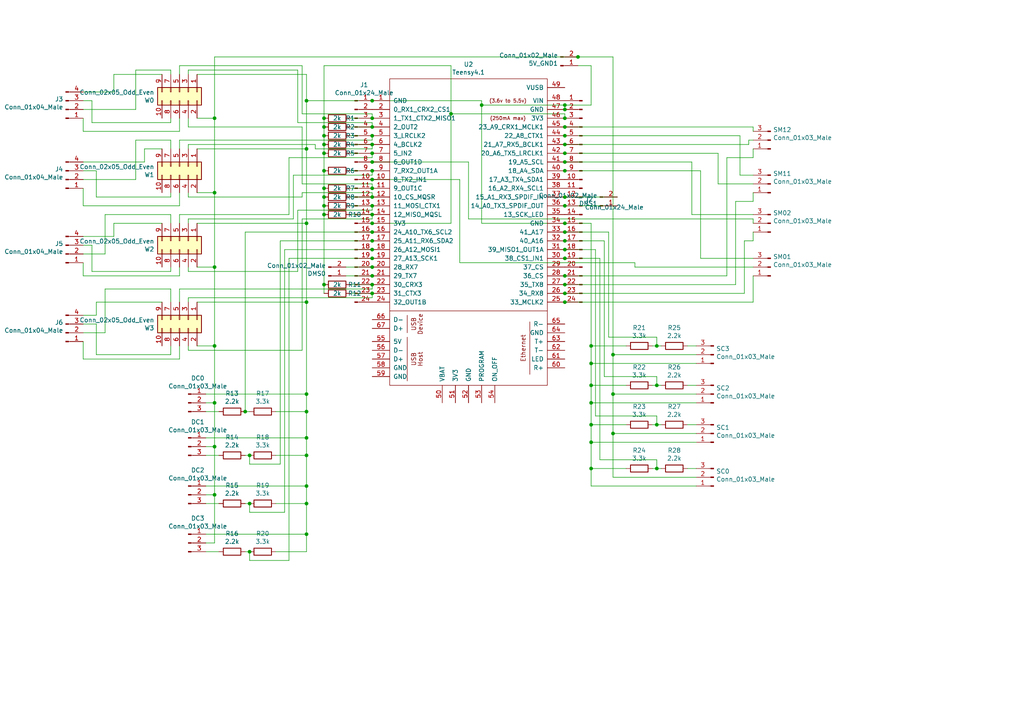
<source format=kicad_sch>
(kicad_sch (version 20230121) (generator eeschema)
  (paper "A4")
  (lib_symbols
    (symbol "Connector_Generic:Conn_02x05_Odd_Even" (pin_names (offset 1.016) hide)
      (property "Reference" "J" (at 1.27 7.62 0))
      (property "Value" "Conn_02x05_Odd_Even" (at 1.27 -7.62 0))
      (symbol "Conn_02x05_Odd_Even_1_1"
        (rectangle (start -1.27 -4.953) (end 0 -5.207) (stroke (width 0.1524)))
        (rectangle (start -1.27 -2.413) (end 0 -2.667) (stroke (width 0.1524)))
        (rectangle (start -1.27 0.127) (end 0 -0.127) (stroke (width 0.1524)))
        (rectangle (start -1.27 2.667) (end 0 2.413) (stroke (width 0.1524)))
        (rectangle (start -1.27 5.207) (end 0 4.953) (stroke (width 0.1524)))
        (rectangle (start -1.27 6.35) (end 3.81 -6.35) (stroke (width 0.254)) (fill (type background)))
        (rectangle (start 3.81 -4.953) (end 2.54 -5.207) (stroke (width 0.1524)))
        (rectangle (start 3.81 -2.413) (end 2.54 -2.667) (stroke (width 0.1524)))
        (rectangle (start 3.81 0.127) (end 2.54 -0.127) (stroke (width 0.1524)))
        (rectangle (start 3.81 2.667) (end 2.54 2.413) (stroke (width 0.1524)))
        (rectangle (start 3.81 5.207) (end 2.54 4.953) (stroke (width 0.1524)))
        (pin passive line (at -5.08 5.08 0) (length 3.81) (name "Pin_1") (number "1"))
        (pin passive line (at 7.62 -5.08 180) (length 3.81) (name "Pin_10") (number "10"))
        (pin passive line (at 7.62 5.08 180) (length 3.81) (name "Pin_2") (number "2"))
        (pin passive line (at -5.08 2.54 0) (length 3.81) (name "Pin_3") (number "3"))
        (pin passive line (at 7.62 2.54 180) (length 3.81) (name "Pin_4") (number "4"))
        (pin passive line (at -5.08 0 0) (length 3.81) (name "Pin_5") (number "5"))
        (pin passive line (at 7.62 0 180) (length 3.81) (name "Pin_6") (number "6"))
        (pin passive line (at -5.08 -2.54 0) (length 3.81) (name "Pin_7") (number "7"))
        (pin passive line (at 7.62 -2.54 180) (length 3.81) (name "Pin_8") (number "8"))
        (pin passive line (at -5.08 -5.08 0) (length 3.81) (name "Pin_9") (number "9"))
      )
    )
    (symbol "Device:R" (pin_numbers hide) (pin_names (offset 0))
      (property "Reference" "R" (at 2.032 0 90))
      (property "Value" "R" (at 0 0 90))
      (symbol "R_0_1"
        (rectangle (start -1.016 -2.54) (end 1.016 2.54) (stroke (width 0.254)))
      )
      (symbol "R_1_1"
        (pin passive line (at 0 3.81 270) (length 1.27) (name "~") (number "1"))
        (pin passive line (at 0 -3.81 90) (length 1.27) (name "~") (number "2"))
      )
    )
    (symbol "downlow-rescue:Conn_01x02_Male-Connector" (pin_names (offset 1.016) hide)
      (property "Reference" "J" (at 0 2.54 0))
      (property "Value" "Connector_Conn_01x02_Male" (at 0 -5.08 0))
      (symbol "Conn_01x02_Male-Connector_1_1"
        (polyline (pts (xy 1.27 -2.54) (xy 0.8636 -2.54)) (stroke (width 0.1524)))
        (polyline (pts (xy 1.27 0) (xy 0.8636 0)) (stroke (width 0.1524)))
        (rectangle (start 0.8636 -2.413) (end 0 -2.667) (stroke (width 0.1524)) (fill (type outline)))
        (rectangle (start 0.8636 0.127) (end 0 -0.127) (stroke (width 0.1524)) (fill (type outline)))
        (pin passive line (at 5.08 0 180) (length 3.81) (name "Pin_1") (number "1"))
        (pin passive line (at 5.08 -2.54 180) (length 3.81) (name "Pin_2") (number "2"))
      )
    )
    (symbol "downlow-rescue:Conn_01x03_Male-Connector" (pin_names (offset 1.016) hide)
      (property "Reference" "J" (at 0 5.08 0))
      (property "Value" "Connector_Conn_01x03_Male" (at 0 -5.08 0))
      (symbol "Conn_01x03_Male-Connector_1_1"
        (polyline (pts (xy 1.27 -2.54) (xy 0.8636 -2.54)) (stroke (width 0.1524)))
        (polyline (pts (xy 1.27 0) (xy 0.8636 0)) (stroke (width 0.1524)))
        (polyline (pts (xy 1.27 2.54) (xy 0.8636 2.54)) (stroke (width 0.1524)))
        (rectangle (start 0.8636 -2.413) (end 0 -2.667) (stroke (width 0.1524)) (fill (type outline)))
        (rectangle (start 0.8636 0.127) (end 0 -0.127) (stroke (width 0.1524)) (fill (type outline)))
        (rectangle (start 0.8636 2.667) (end 0 2.413) (stroke (width 0.1524)) (fill (type outline)))
        (pin passive line (at 5.08 2.54 180) (length 3.81) (name "Pin_1") (number "1"))
        (pin passive line (at 5.08 0 180) (length 3.81) (name "Pin_2") (number "2"))
        (pin passive line (at 5.08 -2.54 180) (length 3.81) (name "Pin_3") (number "3"))
      )
    )
    (symbol "downlow-rescue:Conn_01x04_Male-Connector" (pin_names (offset 1.016) hide)
      (property "Reference" "J" (at 0 5.08 0))
      (property "Value" "Connector_Conn_01x04_Male" (at 0 -7.62 0))
      (symbol "Conn_01x04_Male-Connector_1_1"
        (polyline (pts (xy 1.27 -5.08) (xy 0.8636 -5.08)) (stroke (width 0.1524)))
        (polyline (pts (xy 1.27 -2.54) (xy 0.8636 -2.54)) (stroke (width 0.1524)))
        (polyline (pts (xy 1.27 0) (xy 0.8636 0)) (stroke (width 0.1524)))
        (polyline (pts (xy 1.27 2.54) (xy 0.8636 2.54)) (stroke (width 0.1524)))
        (rectangle (start 0.8636 -4.953) (end 0 -5.207) (stroke (width 0.1524)) (fill (type outline)))
        (rectangle (start 0.8636 -2.413) (end 0 -2.667) (stroke (width 0.1524)) (fill (type outline)))
        (rectangle (start 0.8636 0.127) (end 0 -0.127) (stroke (width 0.1524)) (fill (type outline)))
        (rectangle (start 0.8636 2.667) (end 0 2.413) (stroke (width 0.1524)) (fill (type outline)))
        (pin passive line (at 5.08 2.54 180) (length 3.81) (name "Pin_1") (number "1"))
        (pin passive line (at 5.08 0 180) (length 3.81) (name "Pin_2") (number "2"))
        (pin passive line (at 5.08 -2.54 180) (length 3.81) (name "Pin_3") (number "3"))
        (pin passive line (at 5.08 -5.08 180) (length 3.81) (name "Pin_4") (number "4"))
      )
    )
    (symbol "downlow-rescue:Conn_01x24_Male-Connector" (pin_names (offset 1.016) hide)
      (property "Reference" "J" (at 0 30.48 0))
      (property "Value" "Connector_Conn_01x24_Male" (at 0 -33.02 0))
      (symbol "Conn_01x24_Male-Connector_1_1"
        (polyline (pts (xy 1.27 -30.48) (xy 0.8636 -30.48)) (stroke (width 0.1524)))
        (polyline (pts (xy 1.27 -27.94) (xy 0.8636 -27.94)) (stroke (width 0.1524)))
        (polyline (pts (xy 1.27 -25.4) (xy 0.8636 -25.4)) (stroke (width 0.1524)))
        (polyline (pts (xy 1.27 -22.86) (xy 0.8636 -22.86)) (stroke (width 0.1524)))
        (polyline (pts (xy 1.27 -20.32) (xy 0.8636 -20.32)) (stroke (width 0.1524)))
        (polyline (pts (xy 1.27 -17.78) (xy 0.8636 -17.78)) (stroke (width 0.1524)))
        (polyline (pts (xy 1.27 -15.24) (xy 0.8636 -15.24)) (stroke (width 0.1524)))
        (polyline (pts (xy 1.27 -12.7) (xy 0.8636 -12.7)) (stroke (width 0.1524)))
        (polyline (pts (xy 1.27 -10.16) (xy 0.8636 -10.16)) (stroke (width 0.1524)))
        (polyline (pts (xy 1.27 -7.62) (xy 0.8636 -7.62)) (stroke (width 0.1524)))
        (polyline (pts (xy 1.27 -5.08) (xy 0.8636 -5.08)) (stroke (width 0.1524)))
        (polyline (pts (xy 1.27 -2.54) (xy 0.8636 -2.54)) (stroke (width 0.1524)))
        (polyline (pts (xy 1.27 0) (xy 0.8636 0)) (stroke (width 0.1524)))
        (polyline (pts (xy 1.27 2.54) (xy 0.8636 2.54)) (stroke (width 0.1524)))
        (polyline (pts (xy 1.27 5.08) (xy 0.8636 5.08)) (stroke (width 0.1524)))
        (polyline (pts (xy 1.27 7.62) (xy 0.8636 7.62)) (stroke (width 0.1524)))
        (polyline (pts (xy 1.27 10.16) (xy 0.8636 10.16)) (stroke (width 0.1524)))
        (polyline (pts (xy 1.27 12.7) (xy 0.8636 12.7)) (stroke (width 0.1524)))
        (polyline (pts (xy 1.27 15.24) (xy 0.8636 15.24)) (stroke (width 0.1524)))
        (polyline (pts (xy 1.27 17.78) (xy 0.8636 17.78)) (stroke (width 0.1524)))
        (polyline (pts (xy 1.27 20.32) (xy 0.8636 20.32)) (stroke (width 0.1524)))
        (polyline (pts (xy 1.27 22.86) (xy 0.8636 22.86)) (stroke (width 0.1524)))
        (polyline (pts (xy 1.27 25.4) (xy 0.8636 25.4)) (stroke (width 0.1524)))
        (polyline (pts (xy 1.27 27.94) (xy 0.8636 27.94)) (stroke (width 0.1524)))
        (rectangle (start 0.8636 -30.353) (end 0 -30.607) (stroke (width 0.1524)) (fill (type outline)))
        (rectangle (start 0.8636 -27.813) (end 0 -28.067) (stroke (width 0.1524)) (fill (type outline)))
        (rectangle (start 0.8636 -25.273) (end 0 -25.527) (stroke (width 0.1524)) (fill (type outline)))
        (rectangle (start 0.8636 -22.733) (end 0 -22.987) (stroke (width 0.1524)) (fill (type outline)))
        (rectangle (start 0.8636 -20.193) (end 0 -20.447) (stroke (width 0.1524)) (fill (type outline)))
        (rectangle (start 0.8636 -17.653) (end 0 -17.907) (stroke (width 0.1524)) (fill (type outline)))
        (rectangle (start 0.8636 -15.113) (end 0 -15.367) (stroke (width 0.1524)) (fill (type outline)))
        (rectangle (start 0.8636 -12.573) (end 0 -12.827) (stroke (width 0.1524)) (fill (type outline)))
        (rectangle (start 0.8636 -10.033) (end 0 -10.287) (stroke (width 0.1524)) (fill (type outline)))
        (rectangle (start 0.8636 -7.493) (end 0 -7.747) (stroke (width 0.1524)) (fill (type outline)))
        (rectangle (start 0.8636 -4.953) (end 0 -5.207) (stroke (width 0.1524)) (fill (type outline)))
        (rectangle (start 0.8636 -2.413) (end 0 -2.667) (stroke (width 0.1524)) (fill (type outline)))
        (rectangle (start 0.8636 0.127) (end 0 -0.127) (stroke (width 0.1524)) (fill (type outline)))
        (rectangle (start 0.8636 2.667) (end 0 2.413) (stroke (width 0.1524)) (fill (type outline)))
        (rectangle (start 0.8636 5.207) (end 0 4.953) (stroke (width 0.1524)) (fill (type outline)))
        (rectangle (start 0.8636 7.747) (end 0 7.493) (stroke (width 0.1524)) (fill (type outline)))
        (rectangle (start 0.8636 10.287) (end 0 10.033) (stroke (width 0.1524)) (fill (type outline)))
        (rectangle (start 0.8636 12.827) (end 0 12.573) (stroke (width 0.1524)) (fill (type outline)))
        (rectangle (start 0.8636 15.367) (end 0 15.113) (stroke (width 0.1524)) (fill (type outline)))
        (rectangle (start 0.8636 17.907) (end 0 17.653) (stroke (width 0.1524)) (fill (type outline)))
        (rectangle (start 0.8636 20.447) (end 0 20.193) (stroke (width 0.1524)) (fill (type outline)))
        (rectangle (start 0.8636 22.987) (end 0 22.733) (stroke (width 0.1524)) (fill (type outline)))
        (rectangle (start 0.8636 25.527) (end 0 25.273) (stroke (width 0.1524)) (fill (type outline)))
        (rectangle (start 0.8636 28.067) (end 0 27.813) (stroke (width 0.1524)) (fill (type outline)))
        (pin passive line (at 5.08 27.94 180) (length 3.81) (name "Pin_1") (number "1"))
        (pin passive line (at 5.08 5.08 180) (length 3.81) (name "Pin_10") (number "10"))
        (pin passive line (at 5.08 2.54 180) (length 3.81) (name "Pin_11") (number "11"))
        (pin passive line (at 5.08 0 180) (length 3.81) (name "Pin_12") (number "12"))
        (pin passive line (at 5.08 -2.54 180) (length 3.81) (name "Pin_13") (number "13"))
        (pin passive line (at 5.08 -5.08 180) (length 3.81) (name "Pin_14") (number "14"))
        (pin passive line (at 5.08 -7.62 180) (length 3.81) (name "Pin_15") (number "15"))
        (pin passive line (at 5.08 -10.16 180) (length 3.81) (name "Pin_16") (number "16"))
        (pin passive line (at 5.08 -12.7 180) (length 3.81) (name "Pin_17") (number "17"))
        (pin passive line (at 5.08 -15.24 180) (length 3.81) (name "Pin_18") (number "18"))
        (pin passive line (at 5.08 -17.78 180) (length 3.81) (name "Pin_19") (number "19"))
        (pin passive line (at 5.08 25.4 180) (length 3.81) (name "Pin_2") (number "2"))
        (pin passive line (at 5.08 -20.32 180) (length 3.81) (name "Pin_20") (number "20"))
        (pin passive line (at 5.08 -22.86 180) (length 3.81) (name "Pin_21") (number "21"))
        (pin passive line (at 5.08 -25.4 180) (length 3.81) (name "Pin_22") (number "22"))
        (pin passive line (at 5.08 -27.94 180) (length 3.81) (name "Pin_23") (number "23"))
        (pin passive line (at 5.08 -30.48 180) (length 3.81) (name "Pin_24") (number "24"))
        (pin passive line (at 5.08 22.86 180) (length 3.81) (name "Pin_3") (number "3"))
        (pin passive line (at 5.08 20.32 180) (length 3.81) (name "Pin_4") (number "4"))
        (pin passive line (at 5.08 17.78 180) (length 3.81) (name "Pin_5") (number "5"))
        (pin passive line (at 5.08 15.24 180) (length 3.81) (name "Pin_6") (number "6"))
        (pin passive line (at 5.08 12.7 180) (length 3.81) (name "Pin_7") (number "7"))
        (pin passive line (at 5.08 10.16 180) (length 3.81) (name "Pin_8") (number "8"))
        (pin passive line (at 5.08 7.62 180) (length 3.81) (name "Pin_9") (number "9"))
      )
    )
    (symbol "downlow-rescue:Teensy4.1-teensy" (pin_names (offset 1.016))
      (property "Reference" "U" (at 0 64.77 0))
      (property "Value" "teensy_Teensy4.1" (at 0 62.23 0))
      (symbol "Teensy4.1-teensy_0_0"
        (polyline (pts (xy -22.86 -6.35) (xy 22.86 -6.35)))
        (polyline (pts (xy -17.78 -26.67) (xy -17.78 -13.97)))
        (polyline (pts (xy -17.78 -7.62) (xy -17.78 -12.7)))
        (polyline (pts (xy 17.78 -9.525) (xy 17.78 -24.765)))
        (text "(250mA max)" (at 11.43 49.53 0) (effects (font (size 1.016 1.016))))
        (text "(3.6v to 5.5v)" (at 11.43 54.61 0) (effects (font (size 1.016 1.016))))
        (text "Device" (at -13.97 -10.16 900) (effects (font (size 1.27 1.27))))
        (text "Ethernet" (at 15.875 -17.145 900) (effects (font (size 1.27 1.27))))
        (text "Host" (at -13.97 -20.32 900) (effects (font (size 1.27 1.27))))
        (text "USB" (at -15.875 -20.32 900) (effects (font (size 1.27 1.27))))
        (text "USB" (at -15.875 -10.16 900) (effects (font (size 1.27 1.27))))
        (pin bidirectional line (at -27.94 31.75 0) (length 5.08) (name "8_TX2_IN1") (number "10"))
        (pin bidirectional line (at -27.94 29.21 0) (length 5.08) (name "9_OUT1C") (number "11"))
        (pin bidirectional line (at -27.94 26.67 0) (length 5.08) (name "10_CS_MQSR") (number "12"))
        (pin bidirectional line (at -27.94 24.13 0) (length 5.08) (name "11_MOSI_CTX1") (number "13"))
        (pin bidirectional line (at -27.94 21.59 0) (length 5.08) (name "12_MISO_MQSL") (number "14"))
        (pin power_in line (at -27.94 19.05 0) (length 5.08) (name "3V3") (number "15"))
        (pin bidirectional line (at -27.94 16.51 0) (length 5.08) (name "24_A10_TX6_SCL2") (number "16"))
        (pin bidirectional line (at -27.94 13.97 0) (length 5.08) (name "25_A11_RX6_SDA2") (number "17"))
        (pin bidirectional line (at -27.94 11.43 0) (length 5.08) (name "26_A12_MOSI1") (number "18"))
        (pin bidirectional line (at -27.94 8.89 0) (length 5.08) (name "27_A13_SCK1") (number "19"))
        (pin bidirectional line (at -27.94 6.35 0) (length 5.08) (name "28_RX7") (number "20"))
        (pin bidirectional line (at -27.94 3.81 0) (length 5.08) (name "29_TX7") (number "21"))
        (pin bidirectional line (at -27.94 1.27 0) (length 5.08) (name "30_CRX3") (number "22"))
        (pin bidirectional line (at -27.94 -1.27 0) (length 5.08) (name "31_CTX3") (number "23"))
        (pin bidirectional line (at -27.94 -3.81 0) (length 5.08) (name "32_OUT1B") (number "24"))
        (pin bidirectional line (at 27.94 -3.81 180) (length 5.08) (name "33_MCLK2") (number "25"))
        (pin bidirectional line (at 27.94 -1.27 180) (length 5.08) (name "34_RX8") (number "26"))
        (pin bidirectional line (at 27.94 1.27 180) (length 5.08) (name "35_TX8") (number "27"))
        (pin bidirectional line (at 27.94 3.81 180) (length 5.08) (name "36_CS") (number "28"))
        (pin bidirectional line (at 27.94 6.35 180) (length 5.08) (name "37_CS") (number "29"))
        (pin bidirectional line (at 27.94 8.89 180) (length 5.08) (name "38_CS1_IN1") (number "30"))
        (pin bidirectional line (at 27.94 11.43 180) (length 5.08) (name "39_MISO1_OUT1A") (number "31"))
        (pin bidirectional line (at 27.94 13.97 180) (length 5.08) (name "40_A16") (number "32"))
        (pin bidirectional line (at 27.94 16.51 180) (length 5.08) (name "41_A17") (number "33"))
        (pin bidirectional line (at 27.94 21.59 180) (length 5.08) (name "13_SCK_LED") (number "35"))
        (pin bidirectional line (at 27.94 24.13 180) (length 5.08) (name "14_A0_TX3_SPDIF_OUT") (number "36"))
        (pin bidirectional line (at 27.94 26.67 180) (length 5.08) (name "15_A1_RX3_SPDIF_IN") (number "37"))
        (pin bidirectional line (at 27.94 29.21 180) (length 5.08) (name "16_A2_RX4_SCL1") (number "38"))
        (pin bidirectional line (at 27.94 31.75 180) (length 5.08) (name "17_A3_TX4_SDA1") (number "39"))
        (pin bidirectional line (at 27.94 34.29 180) (length 5.08) (name "18_A4_SDA") (number "40"))
        (pin bidirectional line (at 27.94 36.83 180) (length 5.08) (name "19_A5_SCL") (number "41"))
        (pin bidirectional line (at 27.94 39.37 180) (length 5.08) (name "20_A6_TX5_LRCLK1") (number "42"))
        (pin bidirectional line (at 27.94 41.91 180) (length 5.08) (name "21_A7_RX5_BCLK1") (number "43"))
        (pin bidirectional line (at 27.94 44.45 180) (length 5.08) (name "22_A8_CTX1") (number "44"))
        (pin bidirectional line (at 27.94 46.99 180) (length 5.08) (name "23_A9_CRX1_MCLK1") (number "45"))
        (pin output line (at 27.94 49.53 180) (length 5.08) (name "3V3") (number "46"))
        (pin output line (at 27.94 52.07 180) (length 5.08) (name "GND") (number "47"))
        (pin power_in line (at 27.94 54.61 180) (length 5.08) (name "VIN") (number "48"))
        (pin power_out line (at 27.94 58.42 180) (length 5.08) (name "VUSB") (number "49"))
        (pin bidirectional line (at -27.94 44.45 0) (length 5.08) (name "3_LRCLK2") (number "5"))
        (pin power_in line (at -7.62 -33.02 90) (length 5.08) (name "VBAT") (number "50"))
        (pin power_in line (at -3.81 -33.02 90) (length 5.08) (name "3V3") (number "51"))
        (pin input line (at 0 -33.02 90) (length 5.08) (name "GND") (number "52"))
        (pin input line (at 3.81 -33.02 90) (length 5.08) (name "PROGRAM") (number "53"))
        (pin input line (at 7.62 -33.02 90) (length 5.08) (name "ON_OFF") (number "54"))
        (pin power_out line (at -27.94 -15.24 0) (length 5.08) (name "5V") (number "55"))
        (pin bidirectional line (at -27.94 -17.78 0) (length 5.08) (name "D-") (number "56"))
        (pin bidirectional line (at -27.94 -20.32 0) (length 5.08) (name "D+") (number "57"))
        (pin power_in line (at -27.94 -22.86 0) (length 5.08) (name "GND") (number "58"))
        (pin power_in line (at -27.94 -25.4 0) (length 5.08) (name "GND") (number "59"))
        (pin bidirectional line (at -27.94 41.91 0) (length 5.08) (name "4_BCLK2") (number "6"))
        (pin bidirectional line (at 27.94 -22.86 180) (length 5.08) (name "R+") (number "60"))
        (pin bidirectional line (at 27.94 -20.32 180) (length 5.08) (name "LED") (number "61"))
        (pin bidirectional line (at 27.94 -17.78 180) (length 5.08) (name "T-") (number "62"))
        (pin bidirectional line (at 27.94 -15.24 180) (length 5.08) (name "T+") (number "63"))
        (pin power_in line (at 27.94 -12.7 180) (length 5.08) (name "GND") (number "64"))
        (pin bidirectional line (at 27.94 -10.16 180) (length 5.08) (name "R-") (number "65"))
        (pin bidirectional line (at -27.94 -8.89 0) (length 5.08) (name "D-") (number "66"))
        (pin bidirectional line (at -27.94 -11.43 0) (length 5.08) (name "D+") (number "67"))
        (pin bidirectional line (at -27.94 39.37 0) (length 5.08) (name "5_IN2") (number "7"))
        (pin bidirectional line (at -27.94 36.83 0) (length 5.08) (name "6_OUT1D") (number "8"))
        (pin bidirectional line (at -27.94 34.29 0) (length 5.08) (name "7_RX2_OUT1A") (number "9"))
      )
      (symbol "Teensy4.1-teensy_0_1"
        (rectangle (start -22.86 60.96) (end 22.86 -27.94))
        (rectangle (start -20.32 -1.27) (end -20.32 -1.27))
      )
      (symbol "Teensy4.1-teensy_1_1"
        (pin power_in line (at -27.94 54.61 0) (length 5.08) (name "GND") (number "1"))
        (pin bidirectional line (at -27.94 52.07 0) (length 5.08) (name "0_RX1_CRX2_CS1") (number "2"))
        (pin bidirectional line (at -27.94 49.53 0) (length 5.08) (name "1_TX1_CTX2_MISO1") (number "3"))
        (pin power_in line (at 27.94 19.05 180) (length 5.08) (name "GND") (number "34"))
        (pin bidirectional line (at -27.94 46.99 0) (length 5.08) (name "2_OUT2") (number "4"))
      )
    )
  )
  (junction (at 107.95 74.93))
  (junction (at 62.23 100.33))
  (junction (at 163.83 85.09))
  (junction (at 72.39 132.08))
  (junction (at 107.95 41.91))
  (junction (at 177.8 125.73))
  (junction (at 163.83 44.45))
  (junction (at 171.45 123.19))
  (junction (at 62.23 143.51))
  (junction (at 107.95 59.69))
  (junction (at 88.9 29.21))
  (junction (at 163.83 30.48))
  (junction (at 107.95 62.23))
  (junction (at 88.9 119.38))
  (junction (at 171.45 116.84))
  (junction (at 93.98 34.29))
  (junction (at 88.9 87.63))
  (junction (at 163.83 82.55))
  (junction (at 190.5 111.76))
  (junction (at 139.7 30.48))
  (junction (at 163.83 87.63))
  (junction (at 107.95 34.29))
  (junction (at 93.98 39.37))
  (junction (at 171.45 111.76))
  (junction (at 167.64 16.51))
  (junction (at 107.95 72.39))
  (junction (at 107.95 77.47))
  (junction (at 163.83 36.83))
  (junction (at 163.83 41.91))
  (junction (at 62.23 34.29))
  (junction (at 62.23 129.54))
  (junction (at 88.9 43.18))
  (junction (at 93.98 54.61))
  (junction (at 163.83 49.53))
  (junction (at 107.95 36.83))
  (junction (at 88.9 114.3))
  (junction (at 171.45 100.33))
  (junction (at 107.95 69.85))
  (junction (at 163.83 80.01))
  (junction (at 88.9 140.97))
  (junction (at 163.83 69.85))
  (junction (at 107.95 39.37))
  (junction (at 93.98 49.53))
  (junction (at 163.83 39.37))
  (junction (at 93.98 36.83))
  (junction (at 107.95 85.09))
  (junction (at 107.95 46.99))
  (junction (at 163.83 64.77))
  (junction (at 62.23 55.88))
  (junction (at 190.5 123.19))
  (junction (at 72.39 146.05))
  (junction (at 93.98 57.15))
  (junction (at 163.83 31.75))
  (junction (at 107.95 80.01))
  (junction (at 93.98 62.23))
  (junction (at 163.83 46.99))
  (junction (at 71.12 119.38))
  (junction (at 163.83 57.15))
  (junction (at 62.23 77.47))
  (junction (at 177.8 102.87))
  (junction (at 190.5 100.33))
  (junction (at 107.95 82.55))
  (junction (at 177.8 114.3))
  (junction (at 163.83 74.93))
  (junction (at 88.9 127))
  (junction (at 107.95 54.61))
  (junction (at 88.9 132.08))
  (junction (at 107.95 49.53))
  (junction (at 93.98 41.91))
  (junction (at 163.83 67.31))
  (junction (at 163.83 72.39))
  (junction (at 62.23 116.84))
  (junction (at 88.9 64.77))
  (junction (at 171.45 128.27))
  (junction (at 88.9 154.94))
  (junction (at 107.95 52.07))
  (junction (at 107.95 67.31))
  (junction (at 72.39 160.02))
  (junction (at 171.45 105.41))
  (junction (at 93.98 59.69))
  (junction (at 130.81 33.02))
  (junction (at 107.95 44.45))
  (junction (at 107.95 57.15))
  (junction (at 190.5 135.89))
  (junction (at 163.83 34.29))
  (junction (at 107.95 64.77))
  (junction (at 163.83 59.69))
  (junction (at 93.98 82.55))
  (junction (at 88.9 146.05))
  (junction (at 171.45 135.89))
  (junction (at 93.98 44.45))
  (junction (at 107.95 29.21))
  (wire (pts (xy 107.95 59.69) (xy 101.6 59.69)))
  (wire (pts (xy 191.77 100.33) (xy 190.5 100.33)))
  (wire (pts (xy 200.66 62.23) (xy 218.44 62.23)))
  (wire (pts (xy 54.61 78.74) (xy 54.61 77.47)))
  (wire (pts (xy 49.53 100.33) (xy 49.53 102.87)))
  (wire (pts (xy 30.48 83.82) (xy 30.48 96.52)))
  (wire (pts (xy 88.9 114.3) (xy 59.69 114.3)))
  (wire (pts (xy 218.44 69.85) (xy 218.44 67.31)))
  (wire (pts (xy 107.95 77.47) (xy 100.33 77.47)))
  (wire (pts (xy 54.61 101.6) (xy 54.61 100.33)))
  (wire (pts (xy 52.07 19.05) (xy 52.07 21.59)))
  (wire (pts (xy 54.61 41.91) (xy 54.61 43.18)))
  (wire (pts (xy 163.83 49.53) (xy 203.2 49.53)))
  (wire (pts (xy 218.44 80.01) (xy 218.44 87.63)))
  (wire (pts (xy 26.67 35.56) (xy 26.67 29.21)))
  (wire (pts (xy 93.98 57.15) (xy 93.98 59.69)))
  (wire (pts (xy 88.9 140.97) (xy 88.9 132.08)))
  (wire (pts (xy 163.83 39.37) (xy 214.63 39.37)))
  (wire (pts (xy 163.83 82.55) (xy 213.36 82.55)))
  (wire (pts (xy 62.23 100.33) (xy 57.15 100.33)))
  (wire (pts (xy 87.63 63.5) (xy 87.63 101.6)))
  (wire (pts (xy 184.15 77.47) (xy 184.15 76.2)))
  (wire (pts (xy 184.15 76.2) (xy 133.35 76.2)))
  (wire (pts (xy 88.9 160.02) (xy 88.9 154.94)))
  (wire (pts (xy 54.61 86.36) (xy 54.61 87.63)))
  (wire (pts (xy 107.95 29.21) (xy 139.7 29.21)))
  (wire (pts (xy 30.48 62.23) (xy 30.48 73.66)))
  (wire (pts (xy 107.95 35.56) (xy 86.36 35.56)))
  (wire (pts (xy 190.5 135.89) (xy 191.77 135.89)))
  (wire (pts (xy 27.94 102.87) (xy 27.94 93.98)))
  (wire (pts (xy 107.95 62.23) (xy 107.95 63.5)))
  (wire (pts (xy 190.5 111.76) (xy 191.77 111.76)))
  (wire (pts (xy 71.12 132.08) (xy 72.39 132.08)))
  (wire (pts (xy 218.44 58.42) (xy 218.44 55.88)))
  (wire (pts (xy 54.61 20.32) (xy 54.61 21.59)))
  (wire (pts (xy 52.07 55.88) (xy 52.07 59.69)))
  (wire (pts (xy 91.44 41.91) (xy 54.61 41.91)))
  (wire (pts (xy 87.63 63.5) (xy 107.95 63.5)))
  (wire (pts (xy 133.35 52.07) (xy 107.95 52.07)))
  (wire (pts (xy 59.69 119.38) (xy 63.5 119.38)))
  (wire (pts (xy 107.95 34.29) (xy 107.95 33.02)))
  (wire (pts (xy 217.17 40.64) (xy 218.44 40.64)))
  (wire (pts (xy 107.95 39.37) (xy 107.95 40.64)))
  (wire (pts (xy 190.5 135.89) (xy 190.5 133.35)))
  (wire (pts (xy 210.82 45.72) (xy 218.44 45.72)))
  (wire (pts (xy 213.36 58.42) (xy 218.44 58.42)))
  (wire (pts (xy 62.23 143.51) (xy 62.23 157.48)))
  (wire (pts (xy 107.95 36.83) (xy 107.95 35.56)))
  (wire (pts (xy 72.39 162.56) (xy 83.82 162.56)))
  (wire (pts (xy 93.98 36.83) (xy 93.98 39.37)))
  (wire (pts (xy 179.07 59.69) (xy 163.83 59.69)))
  (wire (pts (xy 190.5 109.22) (xy 190.5 111.76)))
  (wire (pts (xy 177.8 125.73) (xy 201.93 125.73)))
  (wire (pts (xy 27.94 49.53) (xy 24.13 49.53)))
  (wire (pts (xy 85.09 63.5) (xy 54.61 63.5)))
  (wire (pts (xy 83.82 62.23) (xy 52.07 62.23)))
  (wire (pts (xy 87.63 55.88) (xy 87.63 57.15)))
  (wire (pts (xy 101.6 36.83) (xy 107.95 36.83)))
  (wire (pts (xy 46.99 43.18) (xy 41.91 43.18)))
  (wire (pts (xy 52.07 40.64) (xy 52.07 43.18)))
  (wire (pts (xy 85.09 50.8) (xy 107.95 50.8)))
  (wire (pts (xy 88.9 29.21) (xy 88.9 21.59)))
  (wire (pts (xy 177.8 125.73) (xy 177.8 138.43)))
  (wire (pts (xy 49.53 40.64) (xy 39.37 40.64)))
  (wire (pts (xy 93.98 54.61) (xy 93.98 57.15)))
  (wire (pts (xy 88.9 119.38) (xy 88.9 114.3)))
  (wire (pts (xy 46.99 87.63) (xy 27.94 87.63)))
  (wire (pts (xy 163.83 44.45) (xy 208.28 44.45)))
  (wire (pts (xy 88.9 43.18) (xy 88.9 64.77)))
  (wire (pts (xy 59.69 146.05) (xy 63.5 146.05)))
  (wire (pts (xy 57.15 77.47) (xy 62.23 77.47)))
  (wire (pts (xy 218.44 77.47) (xy 184.15 77.47)))
  (wire (pts (xy 82.55 148.59) (xy 82.55 72.39)))
  (wire (pts (xy 139.7 30.48) (xy 139.7 64.77)))
  (wire (pts (xy 27.94 57.15) (xy 27.94 49.53)))
  (wire (pts (xy 172.72 120.65) (xy 172.72 72.39)))
  (wire (pts (xy 88.9 127) (xy 88.9 119.38)))
  (wire (pts (xy 139.7 64.77) (xy 163.83 64.77)))
  (wire (pts (xy 107.95 80.01) (xy 100.33 80.01)))
  (wire (pts (xy 59.69 132.08) (xy 63.5 132.08)))
  (wire (pts (xy 93.98 39.37) (xy 93.98 41.91)))
  (wire (pts (xy 163.83 41.91) (xy 217.17 41.91)))
  (wire (pts (xy 88.9 64.77) (xy 88.9 87.63)))
  (wire (pts (xy 213.36 82.55) (xy 213.36 58.42)))
  (wire (pts (xy 80.01 146.05) (xy 88.9 146.05)))
  (wire (pts (xy 72.39 148.59) (xy 82.55 148.59)))
  (wire (pts (xy 215.9 69.85) (xy 218.44 69.85)))
  (wire (pts (xy 27.94 93.98) (xy 24.13 93.98)))
  (wire (pts (xy 190.5 97.79) (xy 176.53 97.79)))
  (wire (pts (xy 176.53 97.79) (xy 176.53 67.31)))
  (wire (pts (xy 86.36 20.32) (xy 54.61 20.32)))
  (wire (pts (xy 175.26 109.22) (xy 175.26 69.85)))
  (wire (pts (xy 26.67 71.12) (xy 24.13 71.12)))
  (wire (pts (xy 171.45 105.41) (xy 201.93 105.41)))
  (wire (pts (xy 62.23 100.33) (xy 62.23 116.84)))
  (wire (pts (xy 173.99 133.35) (xy 173.99 74.93)))
  (wire (pts (xy 107.95 33.02) (xy 87.63 33.02)))
  (wire (pts (xy 181.61 111.76) (xy 171.45 111.76)))
  (wire (pts (xy 190.5 109.22) (xy 175.26 109.22)))
  (wire (pts (xy 172.72 72.39) (xy 163.83 72.39)))
  (wire (pts (xy 62.23 129.54) (xy 59.69 129.54)))
  (wire (pts (xy 203.2 49.53) (xy 203.2 74.93)))
  (wire (pts (xy 189.23 135.89) (xy 190.5 135.89)))
  (wire (pts (xy 49.53 43.18) (xy 49.53 40.64)))
  (wire (pts (xy 93.98 62.23) (xy 93.98 82.55)))
  (wire (pts (xy 33.02 68.58) (xy 24.13 68.58)))
  (wire (pts (xy 167.64 19.05) (xy 171.45 19.05)))
  (wire (pts (xy 191.77 123.19) (xy 190.5 123.19)))
  (wire (pts (xy 52.07 59.69) (xy 24.13 59.69)))
  (wire (pts (xy 88.9 29.21) (xy 88.9 43.18)))
  (wire (pts (xy 57.15 55.88) (xy 62.23 55.88)))
  (wire (pts (xy 71.12 160.02) (xy 72.39 160.02)))
  (wire (pts (xy 46.99 21.59) (xy 33.02 21.59)))
  (wire (pts (xy 49.53 87.63) (xy 49.53 83.82)))
  (wire (pts (xy 86.36 60.96) (xy 107.95 60.96)))
  (wire (pts (xy 171.45 123.19) (xy 171.45 128.27)))
  (wire (pts (xy 107.95 85.09) (xy 107.95 86.36)))
  (wire (pts (xy 93.98 82.55) (xy 93.98 85.09)))
  (wire (pts (xy 214.63 50.8) (xy 218.44 50.8)))
  (wire (pts (xy 33.02 21.59) (xy 33.02 26.67)))
  (wire (pts (xy 88.9 87.63) (xy 88.9 114.3)))
  (wire (pts (xy 135.89 46.99) (xy 135.89 63.5)))
  (wire (pts (xy 171.45 19.05) (xy 171.45 30.48)))
  (wire (pts (xy 101.6 62.23) (xy 107.95 62.23)))
  (wire (pts (xy 163.83 31.75) (xy 163.83 30.48)))
  (wire (pts (xy 71.12 146.05) (xy 72.39 146.05)))
  (wire (pts (xy 133.35 76.2) (xy 133.35 52.07)))
  (wire (pts (xy 52.07 83.82) (xy 107.95 83.82)))
  (wire (pts (xy 190.5 123.19) (xy 190.5 120.65)))
  (wire (pts (xy 33.02 26.67) (xy 24.13 26.67)))
  (wire (pts (xy 52.07 100.33) (xy 52.07 104.14)))
  (wire (pts (xy 163.83 30.48) (xy 171.45 30.48)))
  (wire (pts (xy 163.83 33.02) (xy 130.81 33.02)))
  (wire (pts (xy 54.61 36.83) (xy 54.61 34.29)))
  (wire (pts (xy 176.53 67.31) (xy 163.83 67.31)))
  (wire (pts (xy 59.69 140.97) (xy 88.9 140.97)))
  (wire (pts (xy 163.83 80.01) (xy 210.82 80.01)))
  (wire (pts (xy 52.07 40.64) (xy 107.95 40.64)))
  (wire (pts (xy 163.83 30.48) (xy 139.7 30.48)))
  (wire (pts (xy 72.39 160.02) (xy 72.39 162.56)))
  (wire (pts (xy 218.44 45.72) (xy 218.44 43.18)))
  (wire (pts (xy 163.83 46.99) (xy 200.66 46.99)))
  (wire (pts (xy 39.37 40.64) (xy 39.37 52.07)))
  (wire (pts (xy 54.61 86.36) (xy 107.95 86.36)))
  (wire (pts (xy 163.83 64.77) (xy 171.45 64.77)))
  (wire (pts (xy 171.45 100.33) (xy 171.45 105.41)))
  (wire (pts (xy 54.61 63.5) (xy 54.61 64.77)))
  (wire (pts (xy 101.6 41.91) (xy 107.95 41.91)))
  (wire (pts (xy 59.69 127) (xy 88.9 127)))
  (wire (pts (xy 54.61 57.15) (xy 54.61 55.88)))
  (wire (pts (xy 93.98 34.29) (xy 93.98 36.83)))
  (wire (pts (xy 85.09 50.8) (xy 85.09 63.5)))
  (wire (pts (xy 130.81 33.02) (xy 130.81 19.05)))
  (wire (pts (xy 52.07 77.47) (xy 52.07 80.01)))
  (wire (pts (xy 163.83 87.63) (xy 218.44 87.63)))
  (wire (pts (xy 208.28 53.34) (xy 218.44 53.34)))
  (wire (pts (xy 62.23 116.84) (xy 59.69 116.84)))
  (wire (pts (xy 107.95 49.53) (xy 107.95 50.8)))
  (wire (pts (xy 203.2 74.93) (xy 218.44 74.93)))
  (wire (pts (xy 171.45 128.27) (xy 171.45 135.89)))
  (wire (pts (xy 171.45 64.77) (xy 171.45 100.33)))
  (wire (pts (xy 215.9 85.09) (xy 215.9 69.85)))
  (wire (pts (xy 27.94 87.63) (xy 27.94 91.44)))
  (wire (pts (xy 189.23 111.76) (xy 190.5 111.76)))
  (wire (pts (xy 26.67 29.21) (xy 24.13 29.21)))
  (wire (pts (xy 177.8 102.87) (xy 201.93 102.87)))
  (wire (pts (xy 52.07 34.29) (xy 52.07 38.1)))
  (wire (pts (xy 49.53 35.56) (xy 26.67 35.56)))
  (wire (pts (xy 49.53 20.32) (xy 39.37 20.32)))
  (wire (pts (xy 130.81 33.02) (xy 130.81 64.77)))
  (wire (pts (xy 39.37 31.75) (xy 24.13 31.75)))
  (wire (pts (xy 107.95 54.61) (xy 107.95 53.34)))
  (wire (pts (xy 177.8 102.87) (xy 177.8 16.51)))
  (wire (pts (xy 83.82 162.56) (xy 83.82 74.93)))
  (wire (pts (xy 217.17 41.91) (xy 217.17 40.64)))
  (wire (pts (xy 71.12 119.38) (xy 72.39 119.38)))
  (wire (pts (xy 59.69 160.02) (xy 63.5 160.02)))
  (wire (pts (xy 171.45 105.41) (xy 171.45 111.76)))
  (wire (pts (xy 57.15 64.77) (xy 88.9 64.77)))
  (wire (pts (xy 167.64 16.51) (xy 62.23 16.51)))
  (wire (pts (xy 72.39 132.08) (xy 72.39 134.62)))
  (wire (pts (xy 41.91 46.99) (xy 24.13 46.99)))
  (wire (pts (xy 190.5 120.65) (xy 172.72 120.65)))
  (wire (pts (xy 62.23 116.84) (xy 62.23 129.54)))
  (wire (pts (xy 87.63 33.02) (xy 87.63 19.05)))
  (wire (pts (xy 199.39 111.76) (xy 201.93 111.76)))
  (wire (pts (xy 107.95 43.18) (xy 91.44 43.18)))
  (wire (pts (xy 49.53 34.29) (xy 49.53 35.56)))
  (wire (pts (xy 93.98 44.45) (xy 93.98 49.53)))
  (wire (pts (xy 81.28 69.85) (xy 107.95 69.85)))
  (wire (pts (xy 163.83 34.29) (xy 163.83 33.02)))
  (wire (pts (xy 175.26 69.85) (xy 163.83 69.85)))
  (wire (pts (xy 179.07 57.15) (xy 163.83 57.15)))
  (wire (pts (xy 62.23 77.47) (xy 62.23 100.33)))
  (wire (pts (xy 199.39 135.89) (xy 201.93 135.89)))
  (wire (pts (xy 27.94 91.44) (xy 24.13 91.44)))
  (wire (pts (xy 101.6 39.37) (xy 107.95 39.37)))
  (wire (pts (xy 107.95 82.55) (xy 107.95 83.82)))
  (wire (pts (xy 49.53 102.87) (xy 27.94 102.87)))
  (wire (pts (xy 163.83 85.09) (xy 215.9 85.09)))
  (wire (pts (xy 24.13 80.01) (xy 24.13 76.2)))
  (wire (pts (xy 57.15 34.29) (xy 62.23 34.29)))
  (wire (pts (xy 83.82 62.23) (xy 83.82 45.72)))
  (wire (pts (xy 49.53 57.15) (xy 27.94 57.15)))
  (wire (pts (xy 130.81 19.05) (xy 93.98 19.05)))
  (wire (pts (xy 218.44 63.5) (xy 218.44 64.77)))
  (wire (pts (xy 107.95 59.69) (xy 107.95 60.96)))
  (wire (pts (xy 200.66 46.99) (xy 200.66 62.23)))
  (wire (pts (xy 26.67 78.74) (xy 26.67 71.12)))
  (wire (pts (xy 171.45 140.97) (xy 201.93 140.97)))
  (wire (pts (xy 177.8 114.3) (xy 177.8 125.73)))
  (wire (pts (xy 181.61 135.89) (xy 171.45 135.89)))
  (wire (pts (xy 87.63 53.34) (xy 87.63 36.83)))
  (wire (pts (xy 190.5 100.33) (xy 189.23 100.33)))
  (wire (pts (xy 62.23 143.51) (xy 59.69 143.51)))
  (wire (pts (xy 24.13 59.69) (xy 24.13 54.61)))
  (wire (pts (xy 107.95 41.91) (xy 107.95 43.18)))
  (wire (pts (xy 173.99 74.93) (xy 163.83 74.93)))
  (wire (pts (xy 86.36 78.74) (xy 54.61 78.74)))
  (wire (pts (xy 57.15 87.63) (xy 88.9 87.63)))
  (wire (pts (xy 163.83 36.83) (xy 218.44 36.83)))
  (wire (pts (xy 41.91 43.18) (xy 41.91 46.99)))
  (wire (pts (xy 177.8 114.3) (xy 201.93 114.3)))
  (wire (pts (xy 52.07 80.01) (xy 24.13 80.01)))
  (wire (pts (xy 82.55 72.39) (xy 107.95 72.39)))
  (wire (pts (xy 88.9 154.94) (xy 88.9 146.05)))
  (wire (pts (xy 57.15 43.18) (xy 88.9 43.18)))
  (wire (pts (xy 80.01 119.38) (xy 88.9 119.38)))
  (wire (pts (xy 46.99 64.77) (xy 33.02 64.77)))
  (wire (pts (xy 190.5 123.19) (xy 189.23 123.19)))
  (wire (pts (xy 87.63 36.83) (xy 54.61 36.83)))
  (wire (pts (xy 30.48 96.52) (xy 24.13 96.52)))
  (wire (pts (xy 62.23 34.29) (xy 62.23 55.88)))
  (wire (pts (xy 93.98 19.05) (xy 93.98 34.29)))
  (wire (pts (xy 71.12 67.31) (xy 107.95 67.31)))
  (wire (pts (xy 39.37 52.07) (xy 24.13 52.07)))
  (wire (pts (xy 171.45 111.76) (xy 171.45 116.84)))
  (wire (pts (xy 49.53 64.77) (xy 49.53 62.23)))
  (wire (pts (xy 80.01 132.08) (xy 88.9 132.08)))
  (wire (pts (xy 88.9 132.08) (xy 88.9 127)))
  (wire (pts (xy 107.95 54.61) (xy 101.6 54.61)))
  (wire (pts (xy 83.82 74.93) (xy 107.95 74.93)))
  (wire (pts (xy 214.63 39.37) (xy 214.63 50.8)))
  (wire (pts (xy 62.23 157.48) (xy 59.69 157.48)))
  (wire (pts (xy 101.6 49.53) (xy 107.95 49.53)))
  (wire (pts (xy 39.37 20.32) (xy 39.37 31.75)))
  (wire (pts (xy 87.63 57.15) (xy 54.61 57.15)))
  (wire (pts (xy 177.8 138.43) (xy 201.93 138.43)))
  (wire (pts (xy 107.95 53.34) (xy 87.63 53.34)))
  (wire (pts (xy 208.28 44.45) (xy 208.28 53.34)))
  (wire (pts (xy 81.28 134.62) (xy 81.28 69.85)))
  (wire (pts (xy 33.02 64.77) (xy 33.02 68.58)))
  (wire (pts (xy 93.98 41.91) (xy 93.98 44.45)))
  (wire (pts (xy 88.9 21.59) (xy 57.15 21.59)))
  (wire (pts (xy 107.95 44.45) (xy 101.6 44.45)))
  (wire (pts (xy 59.69 154.94) (xy 88.9 154.94)))
  (wire (pts (xy 24.13 38.1) (xy 24.13 34.29)))
  (wire (pts (xy 71.12 119.38) (xy 71.12 67.31)))
  (wire (pts (xy 72.39 146.05) (xy 72.39 148.59)))
  (wire (pts (xy 52.07 104.14) (xy 24.13 104.14)))
  (wire (pts (xy 171.45 116.84) (xy 171.45 123.19)))
  (wire (pts (xy 49.53 55.88) (xy 49.53 57.15)))
  (wire (pts (xy 49.53 83.82) (xy 30.48 83.82)))
  (wire (pts (xy 218.44 36.83) (xy 218.44 38.1)))
  (wire (pts (xy 201.93 123.19) (xy 199.39 123.19)))
  (wire (pts (xy 171.45 128.27) (xy 201.93 128.27)))
  (wire (pts (xy 101.6 34.29) (xy 107.95 34.29)))
  (wire (pts (xy 62.23 16.51) (xy 62.23 34.29)))
  (wire (pts (xy 80.01 160.02) (xy 88.9 160.02)))
  (wire (pts (xy 49.53 62.23) (xy 30.48 62.23)))
  (wire (pts (xy 24.13 104.14) (xy 24.13 99.06)))
  (wire (pts (xy 52.07 62.23) (xy 52.07 64.77)))
  (wire (pts (xy 201.93 100.33) (xy 199.39 100.33)))
  (wire (pts (xy 49.53 78.74) (xy 26.67 78.74)))
  (wire (pts (xy 24.13 38.1) (xy 52.07 38.1)))
  (wire (pts (xy 52.07 83.82) (xy 52.07 87.63)))
  (wire (pts (xy 49.53 21.59) (xy 49.53 20.32)))
  (wire (pts (xy 86.36 60.96) (xy 86.36 78.74)))
  (wire (pts (xy 171.45 135.89) (xy 171.45 140.97)))
  (wire (pts (xy 190.5 100.33) (xy 190.5 97.79)))
  (wire (pts (xy 210.82 80.01) (xy 210.82 45.72)))
  (wire (pts (xy 171.45 116.84) (xy 201.93 116.84)))
  (wire (pts (xy 93.98 49.53) (xy 93.98 54.61)))
  (wire (pts (xy 107.95 44.45) (xy 107.95 45.72)))
  (wire (pts (xy 181.61 100.33) (xy 171.45 100.33)))
  (wire (pts (xy 190.5 133.35) (xy 173.99 133.35)))
  (wire (pts (xy 93.98 59.69) (xy 93.98 62.23)))
  (wire (pts (xy 135.89 63.5) (xy 218.44 63.5)))
  (wire (pts (xy 87.63 101.6) (xy 54.61 101.6)))
  (wire (pts (xy 107.95 55.88) (xy 87.63 55.88)))
  (wire (pts (xy 181.61 123.19) (xy 171.45 123.19)))
  (wire (pts (xy 30.48 73.66) (xy 24.13 73.66)))
  (wire (pts (xy 107.95 82.55) (xy 101.6 82.55)))
  (wire (pts (xy 62.23 129.54) (xy 62.23 143.51)))
  (wire (pts (xy 101.6 57.15) (xy 107.95 57.15)))
  (wire (pts (xy 86.36 35.56) (xy 86.36 20.32)))
  (wire (pts (xy 107.95 46.99) (xy 135.89 46.99)))
  (wire (pts (xy 87.63 19.05) (xy 52.07 19.05)))
  (wire (pts (xy 83.82 45.72) (xy 107.95 45.72)))
  (wire (pts (xy 107.95 57.15) (xy 107.95 55.88)))
  (wire (pts (xy 177.8 16.51) (xy 167.64 16.51)))
  (wire (pts (xy 88.9 146.05) (xy 88.9 140.97)))
  (wire (pts (xy 139.7 29.21) (xy 139.7 30.48)))
  (wire (pts (xy 177.8 114.3) (xy 177.8 102.87)))
  (wire (pts (xy 130.81 64.77) (xy 107.95 64.77)))
  (wire (pts (xy 107.95 29.21) (xy 88.9 29.21)))
  (wire (pts (xy 91.44 43.18) (xy 91.44 41.91)))
  (wire (pts (xy 72.39 134.62) (xy 81.28 134.62)))
  (wire (pts (xy 62.23 55.88) (xy 62.23 77.47)))
  (wire (pts (xy 49.53 77.47) (xy 49.53 78.74)))
  (wire (pts (xy 101.6 85.09) (xy 107.95 85.09)))
  (symbol (lib_id "downlow-rescue:Teensy4.1-teensy") (at 135.89 83.82 0) (unit 1)
    (property "Reference" "U2" (at 135.89 18.669 0))
    (property "Value" "Teensy4.1" (at 135.89 20.9804 0))
    (property "Footprint" "teensy:Teensy41_sidepinsonly" (effects hide))
  )
  (symbol (lib_id "downlow-rescue:Conn_01x24_Male-Connector") (at 168.91 57.15 0) (mirror y) (unit 1)
    (property "Reference" "J2" (at 169.6212 57.8104 0) (effects (justify right)))
    (property "Value" "Conn_01x24_Male" (at 169.6212 60.1218 0) (effects (justify right)))
    (property "Footprint" "Connector_PinHeader_2.54mm:PinHeader_1x24_P2.54mm_Vertical" (effects hide))
  )
  (symbol (lib_id "downlow-rescue:Conn_01x24_Male-Connector") (at 102.87 57.15 0) (unit 1)
    (property "Reference" "J1" (at 105.6132 24.6126 0))
    (property "Value" "Conn_01x24_Male" (at 105.6132 26.924 0))
    (property "Footprint" "Connector_PinHeader_2.54mm:PinHeader_1x24_P2.54mm_Vertical" (effects hide))
  )
  (symbol (lib_id "Device:R") (at 97.79 34.29 270) (unit 1)
    (property "Reference" "R1" (at 101.6 34.29 90))
    (property "Value" "2k" (at 97.79 34.29 90))
    (property "Footprint" "Resistor_THT:R_Axial_DIN0207_L6.3mm_D2.5mm_P7.62mm_Horizontal" (effects hide))
  )
  (symbol (lib_id "Device:R") (at 97.79 36.83 270) (unit 1)
    (property "Reference" "R2" (at 101.6 36.83 90))
    (property "Value" "2k" (at 97.79 36.83 90))
    (property "Footprint" "Resistor_THT:R_Axial_DIN0207_L6.3mm_D2.5mm_P7.62mm_Horizontal" (effects hide))
  )
  (symbol (lib_id "Device:R") (at 97.79 39.37 270) (unit 1)
    (property "Reference" "R3" (at 101.6 39.37 90))
    (property "Value" "2k" (at 97.79 39.37 90))
    (property "Footprint" "Resistor_THT:R_Axial_DIN0207_L6.3mm_D2.5mm_P7.62mm_Horizontal" (effects hide))
  )
  (symbol (lib_id "Connector_Generic:Conn_02x05_Odd_Even") (at 52.07 26.67 270) (unit 1)
    (property "Reference" "W0" (at 44.7548 29.1084 90) (effects (justify right)))
    (property "Value" "Conn_02x05_Odd_Even" (at 44.7548 26.797 90) (effects (justify right)))
    (property "Footprint" "Connector_IDC:IDC-Header_2x05_P2.54mm_Vertical" (effects hide))
  )
  (symbol (lib_id "Device:R") (at 97.79 41.91 270) (unit 1)
    (property "Reference" "R4" (at 101.6 41.91 90))
    (property "Value" "2k" (at 97.79 41.91 90))
    (property "Footprint" "Resistor_THT:R_Axial_DIN0207_L6.3mm_D2.5mm_P7.62mm_Horizontal" (effects hide))
  )
  (symbol (lib_id "Connector_Generic:Conn_02x05_Odd_Even") (at 52.07 69.85 270) (unit 1)
    (property "Reference" "W2" (at 44.7548 72.2884 90) (effects (justify right)))
    (property "Value" "Conn_02x05_Odd_Even" (at 44.7548 69.977 90) (effects (justify right)))
    (property "Footprint" "Connector_IDC:IDC-Header_2x05_P2.54mm_Vertical" (effects hide))
  )
  (symbol (lib_id "Connector_Generic:Conn_02x05_Odd_Even") (at 52.07 48.26 270) (unit 1)
    (property "Reference" "W1" (at 44.7548 50.6984 90) (effects (justify right)))
    (property "Value" "Conn_02x05_Odd_Even" (at 44.7548 48.387 90) (effects (justify right)))
    (property "Footprint" "Connector_IDC:IDC-Header_2x05_P2.54mm_Vertical" (effects hide))
  )
  (symbol (lib_id "Connector_Generic:Conn_02x05_Odd_Even") (at 52.07 92.71 270) (unit 1)
    (property "Reference" "W3" (at 44.7548 95.1484 90) (effects (justify right)))
    (property "Value" "Conn_02x05_Odd_Even" (at 44.7548 92.837 90) (effects (justify right)))
    (property "Footprint" "Connector_IDC:IDC-Header_2x05_P2.54mm_Vertical" (effects hide))
  )
  (symbol (lib_id "Device:R") (at 97.79 44.45 270) (unit 1)
    (property "Reference" "R5" (at 101.6 44.45 90))
    (property "Value" "2k" (at 97.79 44.45 90))
    (property "Footprint" "Resistor_THT:R_Axial_DIN0207_L6.3mm_D2.5mm_P7.62mm_Horizontal" (effects hide))
  )
  (symbol (lib_id "Device:R") (at 97.79 49.53 270) (unit 1)
    (property "Reference" "R6" (at 101.6 49.53 90))
    (property "Value" "2k" (at 97.79 49.53 90))
    (property "Footprint" "Resistor_THT:R_Axial_DIN0207_L6.3mm_D2.5mm_P7.62mm_Horizontal" (effects hide))
  )
  (symbol (lib_id "Device:R") (at 97.79 85.09 270) (unit 1)
    (property "Reference" "R12" (at 102.87 85.09 90))
    (property "Value" "2k" (at 97.79 85.09 90))
    (property "Footprint" "Resistor_THT:R_Axial_DIN0207_L6.3mm_D2.5mm_P7.62mm_Horizontal" (effects hide))
  )
  (symbol (lib_id "Device:R") (at 97.79 82.55 270) (unit 1)
    (property "Reference" "R11" (at 102.87 82.55 90))
    (property "Value" "2k" (at 97.79 82.55 90))
    (property "Footprint" "Resistor_THT:R_Axial_DIN0207_L6.3mm_D2.5mm_P7.62mm_Horizontal" (effects hide))
  )
  (symbol (lib_id "Device:R") (at 97.79 62.23 270) (unit 1)
    (property "Reference" "R10" (at 102.87 62.23 90))
    (property "Value" "2k" (at 97.79 62.23 90))
    (property "Footprint" "Resistor_THT:R_Axial_DIN0207_L6.3mm_D2.5mm_P7.62mm_Horizontal" (effects hide))
  )
  (symbol (lib_id "Device:R") (at 97.79 59.69 270) (unit 1)
    (property "Reference" "R9" (at 101.6 59.69 90))
    (property "Value" "2k" (at 97.79 59.69 90))
    (property "Footprint" "Resistor_THT:R_Axial_DIN0207_L6.3mm_D2.5mm_P7.62mm_Horizontal" (effects hide))
  )
  (symbol (lib_id "Device:R") (at 97.79 57.15 270) (unit 1)
    (property "Reference" "R8" (at 101.6 57.15 90))
    (property "Value" "2k" (at 97.79 57.15 90))
    (property "Footprint" "Resistor_THT:R_Axial_DIN0207_L6.3mm_D2.5mm_P7.62mm_Horizontal" (effects hide))
  )
  (symbol (lib_id "Device:R") (at 97.79 54.61 270) (unit 1)
    (property "Reference" "R7" (at 101.6 54.61 90))
    (property "Value" "2k" (at 97.79 54.61 90))
    (property "Footprint" "Resistor_THT:R_Axial_DIN0207_L6.3mm_D2.5mm_P7.62mm_Horizontal" (effects hide))
  )
  (symbol (lib_id "Device:R") (at 67.31 160.02 270) (unit 1)
    (property "Reference" "R16" (at 67.31 154.7622 90))
    (property "Value" "2.2k" (at 67.31 157.0736 90))
    (property "Footprint" "Resistor_THT:R_Axial_DIN0207_L6.3mm_D2.5mm_P7.62mm_Horizontal" (effects hide))
  )
  (symbol (lib_id "downlow-rescue:Conn_01x02_Male-Connector") (at 162.56 19.05 0) (mirror x) (unit 1)
    (property "Reference" "5V_GND1" (at 161.8488 18.3896 0) (effects (justify right)))
    (property "Value" "Conn_01x02_Male" (at 161.8488 16.0782 0) (effects (justify right)))
    (property "Footprint" "Connector_JST:JST_XH_B2B-XH-A_1x02_P2.50mm_Vertical" (effects hide))
  )
  (symbol (lib_id "Device:R") (at 67.31 146.05 270) (unit 1)
    (property "Reference" "R15" (at 67.31 140.7922 90))
    (property "Value" "2.2k" (at 67.31 143.1036 90))
    (property "Footprint" "Resistor_THT:R_Axial_DIN0207_L6.3mm_D2.5mm_P7.62mm_Horizontal" (effects hide))
  )
  (symbol (lib_id "Device:R") (at 67.31 132.08 270) (unit 1)
    (property "Reference" "R14" (at 67.31 126.8222 90))
    (property "Value" "2.2k" (at 67.31 129.1336 90))
    (property "Footprint" "Resistor_THT:R_Axial_DIN0207_L6.3mm_D2.5mm_P7.62mm_Horizontal" (effects hide))
  )
  (symbol (lib_id "Device:R") (at 67.31 119.38 270) (unit 1)
    (property "Reference" "R13" (at 67.31 114.1222 90))
    (property "Value" "2.2k" (at 67.31 116.4336 90))
    (property "Footprint" "Resistor_THT:R_Axial_DIN0207_L6.3mm_D2.5mm_P7.62mm_Horizontal" (effects hide))
  )
  (symbol (lib_id "Device:R") (at 76.2 119.38 270) (unit 1)
    (property "Reference" "R17" (at 76.2 114.1222 90))
    (property "Value" "3.3k" (at 76.2 116.4336 90))
    (property "Footprint" "Resistor_THT:R_Axial_DIN0207_L6.3mm_D2.5mm_P7.62mm_Horizontal" (effects hide))
  )
  (symbol (lib_id "Device:R") (at 76.2 132.08 270) (unit 1)
    (property "Reference" "R18" (at 76.2 126.8222 90))
    (property "Value" "3.3k" (at 76.2 129.1336 90))
    (property "Footprint" "Resistor_THT:R_Axial_DIN0207_L6.3mm_D2.5mm_P7.62mm_Horizontal" (effects hide))
  )
  (symbol (lib_id "Device:R") (at 76.2 146.05 270) (unit 1)
    (property "Reference" "R19" (at 76.2 140.7922 90))
    (property "Value" "3.3k" (at 76.2 143.1036 90))
    (property "Footprint" "Resistor_THT:R_Axial_DIN0207_L6.3mm_D2.5mm_P7.62mm_Horizontal" (effects hide))
  )
  (symbol (lib_id "Device:R") (at 76.2 160.02 270) (unit 1)
    (property "Reference" "R20" (at 76.2 154.7622 90))
    (property "Value" "3.3k" (at 76.2 157.0736 90))
    (property "Footprint" "Resistor_THT:R_Axial_DIN0207_L6.3mm_D2.5mm_P7.62mm_Horizontal" (effects hide))
  )
  (symbol (lib_id "downlow-rescue:Conn_01x03_Male-Connector") (at 207.01 102.87 180) (unit 1)
    (property "Reference" "SC3" (at 207.7212 101.1428 0) (effects (justify right)))
    (property "Value" "Conn_01x03_Male" (at 207.7212 103.4542 0) (effects (justify right)))
    (property "Footprint" "Connector_JST:JST_XH_B3B-XH-A_1x03_P2.50mm_Vertical" (effects hide))
  )
  (symbol (lib_id "downlow-rescue:Conn_01x03_Male-Connector") (at 207.01 114.3 180) (unit 1)
    (property "Reference" "SC2" (at 207.7212 112.5728 0) (effects (justify right)))
    (property "Value" "Conn_01x03_Male" (at 207.7212 114.8842 0) (effects (justify right)))
    (property "Footprint" "Connector_JST:JST_XH_B3B-XH-A_1x03_P2.50mm_Vertical" (effects hide))
  )
  (symbol (lib_id "downlow-rescue:Conn_01x03_Male-Connector") (at 207.01 125.73 180) (unit 1)
    (property "Reference" "SC1" (at 207.7212 124.0028 0) (effects (justify right)))
    (property "Value" "Conn_01x03_Male" (at 207.7212 126.3142 0) (effects (justify right)))
    (property "Footprint" "Connector_JST:JST_XH_B3B-XH-A_1x03_P2.50mm_Vertical" (effects hide))
  )
  (symbol (lib_id "downlow-rescue:Conn_01x03_Male-Connector") (at 207.01 138.43 180) (unit 1)
    (property "Reference" "SC0" (at 207.7212 136.7028 0) (effects (justify right)))
    (property "Value" "Conn_01x03_Male" (at 207.7212 139.0142 0) (effects (justify right)))
    (property "Footprint" "Connector_JST:JST_XH_B3B-XH-A_1x03_P2.50mm_Vertical" (effects hide))
  )
  (symbol (lib_id "downlow-rescue:Conn_01x03_Male-Connector") (at 223.52 40.64 180) (unit 1)
    (property "Reference" "SM12" (at 224.2312 37.6428 0) (effects (justify right)))
    (property "Value" "Conn_01x03_Male" (at 224.2312 39.9542 0) (effects (justify right)))
    (property "Footprint" "Connector_JST:JST_XH_B3B-XH-A_1x03_P2.50mm_Vertical" (effects hide))
  )
  (symbol (lib_id "downlow-rescue:Conn_01x03_Male-Connector") (at 54.61 116.84 0) (unit 1)
    (property "Reference" "DC0" (at 57.3532 109.7026 0))
    (property "Value" "Conn_01x03_Male" (at 57.3532 112.014 0))
    (property "Footprint" "Connector_JST:JST_XH_B3B-XH-A_1x03_P2.50mm_Vertical" (effects hide))
  )
  (symbol (lib_id "downlow-rescue:Conn_01x03_Male-Connector") (at 54.61 129.54 0) (unit 1)
    (property "Reference" "DC1" (at 57.3532 122.4026 0))
    (property "Value" "Conn_01x03_Male" (at 57.3532 124.714 0))
    (property "Footprint" "Connector_JST:JST_XH_B3B-XH-A_1x03_P2.50mm_Vertical" (effects hide))
  )
  (symbol (lib_id "downlow-rescue:Conn_01x03_Male-Connector") (at 54.61 143.51 0) (unit 1)
    (property "Reference" "DC2" (at 57.3532 136.3726 0))
    (property "Value" "Conn_01x03_Male" (at 57.3532 138.684 0))
    (property "Footprint" "Connector_JST:JST_XH_B3B-XH-A_1x03_P2.50mm_Vertical" (effects hide))
  )
  (symbol (lib_id "downlow-rescue:Conn_01x03_Male-Connector") (at 54.61 157.48 0) (unit 1)
    (property "Reference" "DC3" (at 57.3532 150.3426 0))
    (property "Value" "Conn_01x03_Male" (at 57.3532 152.654 0))
    (property "Footprint" "Connector_JST:JST_XH_B3B-XH-A_1x03_P2.50mm_Vertical" (effects hide))
  )
  (symbol (lib_id "downlow-rescue:Conn_01x03_Male-Connector") (at 223.52 53.34 180) (unit 1)
    (property "Reference" "SM11" (at 224.2312 50.3428 0) (effects (justify right)))
    (property "Value" "Conn_01x03_Male" (at 224.2312 52.6542 0) (effects (justify right)))
    (property "Footprint" "Connector_JST:JST_XH_B3B-XH-A_1x03_P2.50mm_Vertical" (effects hide))
  )
  (symbol (lib_id "downlow-rescue:Conn_01x03_Male-Connector") (at 223.52 64.77 180) (unit 1)
    (property "Reference" "SM02" (at 224.2312 61.7728 0) (effects (justify right)))
    (property "Value" "Conn_01x03_Male" (at 224.2312 64.0842 0) (effects (justify right)))
    (property "Footprint" "Connector_JST:JST_XH_B3B-XH-A_1x03_P2.50mm_Vertical" (effects hide))
  )
  (symbol (lib_id "downlow-rescue:Conn_01x03_Male-Connector") (at 223.52 77.47 180) (unit 1)
    (property "Reference" "SM01" (at 224.2312 74.4728 0) (effects (justify right)))
    (property "Value" "Conn_01x03_Male" (at 224.2312 76.7842 0) (effects (justify right)))
    (property "Footprint" "Connector_JST:JST_XH_B3B-XH-A_1x03_P2.50mm_Vertical" (effects hide))
  )
  (symbol (lib_id "downlow-rescue:Conn_01x04_Male-Connector") (at 19.05 31.75 0) (mirror x) (unit 1)
    (property "Reference" "J3" (at 18.3388 28.7528 0) (effects (justify right)))
    (property "Value" "Conn_01x04_Male" (at 18.3388 31.0642 0) (effects (justify right)))
    (property "Footprint" "Connector_PinHeader_2.54mm:PinHeader_1x04_P2.54mm_Vertical" (effects hide))
  )
  (symbol (lib_id "downlow-rescue:Conn_01x04_Male-Connector") (at 19.05 52.07 0) (mirror x) (unit 1)
    (property "Reference" "J4" (at 18.3388 49.0728 0) (effects (justify right)))
    (property "Value" "Conn_01x04_Male" (at 18.3388 51.3842 0) (effects (justify right)))
    (property "Footprint" "Connector_PinHeader_2.54mm:PinHeader_1x04_P2.54mm_Vertical" (effects hide))
  )
  (symbol (lib_id "downlow-rescue:Conn_01x04_Male-Connector") (at 19.05 73.66 0) (mirror x) (unit 1)
    (property "Reference" "J5" (at 18.3388 70.6628 0) (effects (justify right)))
    (property "Value" "Conn_01x04_Male" (at 18.3388 72.9742 0) (effects (justify right)))
    (property "Footprint" "Connector_PinHeader_2.54mm:PinHeader_1x04_P2.54mm_Vertical" (effects hide))
  )
  (symbol (lib_id "downlow-rescue:Conn_01x04_Male-Connector") (at 19.05 96.52 0) (mirror x) (unit 1)
    (property "Reference" "J6" (at 18.3388 93.5228 0) (effects (justify right)))
    (property "Value" "Conn_01x04_Male" (at 18.3388 95.8342 0) (effects (justify right)))
    (property "Footprint" "Connector_PinHeader_2.54mm:PinHeader_1x04_P2.54mm_Vertical" (effects hide))
  )
  (symbol (lib_id "Device:R") (at 195.58 135.89 270) (unit 1)
    (property "Reference" "R28" (at 195.58 130.6322 90))
    (property "Value" "2.2k" (at 195.58 132.9436 90))
    (property "Footprint" "Resistor_THT:R_Axial_DIN0207_L6.3mm_D2.5mm_P7.62mm_Horizontal" (effects hide))
  )
  (symbol (lib_id "Device:R") (at 185.42 135.89 270) (unit 1)
    (property "Reference" "R24" (at 185.42 130.6322 90))
    (property "Value" "3.3k" (at 185.42 132.9436 90))
    (property "Footprint" "Resistor_THT:R_Axial_DIN0207_L6.3mm_D2.5mm_P7.62mm_Horizontal" (effects hide))
  )
  (symbol (lib_id "Device:R") (at 185.42 123.19 270) (unit 1)
    (property "Reference" "R23" (at 185.42 117.9322 90))
    (property "Value" "3.3k" (at 185.42 120.2436 90))
    (property "Footprint" "Resistor_THT:R_Axial_DIN0207_L6.3mm_D2.5mm_P7.62mm_Horizontal" (effects hide))
  )
  (symbol (lib_id "Device:R") (at 195.58 123.19 270) (unit 1)
    (property "Reference" "R27" (at 195.58 117.9322 90))
    (property "Value" "2.2k" (at 195.58 120.2436 90))
    (property "Footprint" "Resistor_THT:R_Axial_DIN0207_L6.3mm_D2.5mm_P7.62mm_Horizontal" (effects hide))
  )
  (symbol (lib_id "Device:R") (at 195.58 111.76 270) (unit 1)
    (property "Reference" "R26" (at 195.58 106.5022 90))
    (property "Value" "2.2k" (at 195.58 108.8136 90))
    (property "Footprint" "Resistor_THT:R_Axial_DIN0207_L6.3mm_D2.5mm_P7.62mm_Horizontal" (effects hide))
  )
  (symbol (lib_id "Device:R") (at 185.42 111.76 270) (unit 1)
    (property "Reference" "R22" (at 185.42 106.5022 90))
    (property "Value" "3.3k" (at 185.42 108.8136 90))
    (property "Footprint" "Resistor_THT:R_Axial_DIN0207_L6.3mm_D2.5mm_P7.62mm_Horizontal" (effects hide))
  )
  (symbol (lib_id "Device:R") (at 185.42 100.33 270) (unit 1)
    (property "Reference" "R21" (at 185.42 95.0722 90))
    (property "Value" "3.3k" (at 185.42 97.3836 90))
    (property "Footprint" "Resistor_THT:R_Axial_DIN0207_L6.3mm_D2.5mm_P7.62mm_Horizontal" (effects hide))
  )
  (symbol (lib_id "Device:R") (at 195.58 100.33 270) (unit 1)
    (property "Reference" "R25" (at 195.58 95.0722 90))
    (property "Value" "2.2k" (at 195.58 97.3836 90))
    (property "Footprint" "Resistor_THT:R_Axial_DIN0207_L6.3mm_D2.5mm_P7.62mm_Horizontal" (effects hide))
  )
  (symbol (lib_id "downlow-rescue:Conn_01x02_Male-Connector") (at 95.25 80.01 0) (mirror x) (unit 1)
    (property "Reference" "DMS0" (at 94.5388 79.3496 0) (effects (justify right)))
    (property "Value" "Conn_01x02_Male" (at 94.5388 77.0382 0) (effects (justify right)))
    (property "Footprint" "Connector_JST:JST_XH_B2B-XH-A_1x02_P2.50mm_Vertical" (effects hide))
  )
  (symbol (lib_id "downlow-rescue:Conn_01x02_Male-Connector") (at 173.99 59.69 0) (mirror x) (unit 1)
    (property "Reference" "DMS1" (at 173.2788 59.0296 0) (effects (justify right)))
    (property "Value" "Conn_01x02_Male" (at 173.2788 56.7182 0) (effects (justify right)))
    (property "Footprint" "Connector_JST:JST_XH_B2B-XH-A_1x02_P2.50mm_Vertical" (effects hide))
  )
)
</source>
